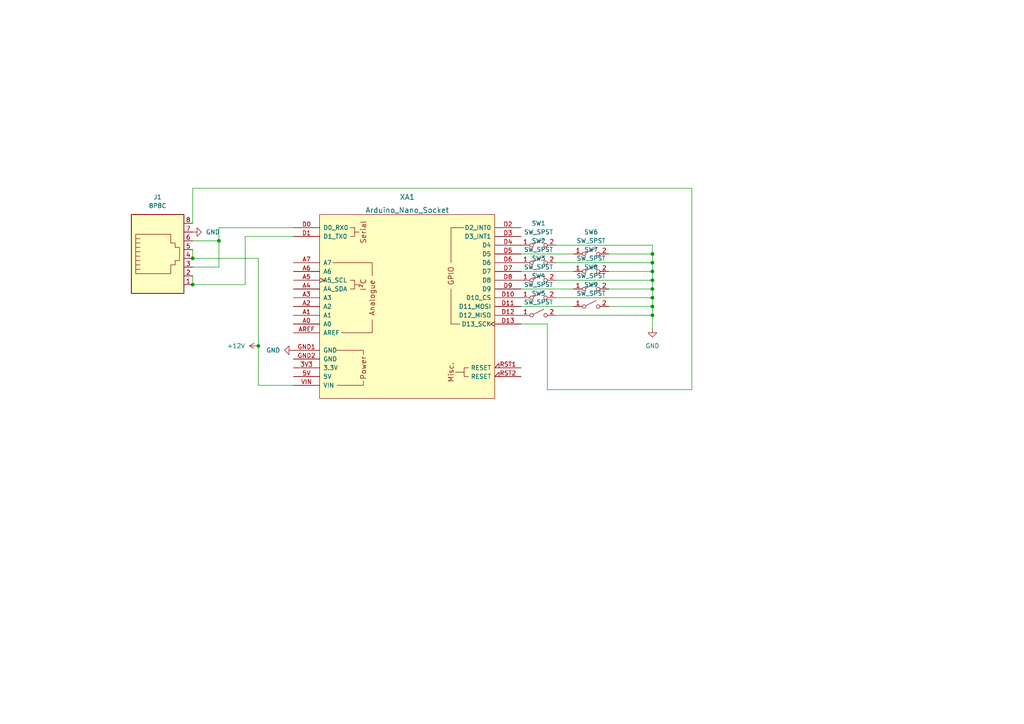
<source format=kicad_sch>
(kicad_sch (version 20211123) (generator eeschema)
  (paper "A4")
  (lib_symbols
    (symbol "Connector:8P8C" (pin_names (offset 1.016))
      (property "Reference" "J" (at -5.08 13.97 0))
      (property "Value" "8P8C" (at 2.54 13.97 0))
      (symbol "8P8C_0_1"
        (polyline (pts (xy -5.08 4.445) (xy -6.35 4.445)))
        (polyline (pts (xy -5.08 5.715) (xy -6.35 5.715)))
        (polyline (pts (xy -6.35 -3.175) (xy -5.08 -3.175) (xy -5.08 -3.175)))
        (polyline (pts (xy -6.35 -1.905) (xy -5.08 -1.905) (xy -5.08 -1.905)))
        (polyline (pts (xy -6.35 -0.635) (xy -5.08 -0.635) (xy -5.08 -0.635)))
        (polyline (pts (xy -6.35 0.635) (xy -5.08 0.635) (xy -5.08 0.635)))
        (polyline (pts (xy -6.35 1.905) (xy -5.08 1.905) (xy -5.08 1.905)))
        (polyline (pts (xy -5.08 3.175) (xy -6.35 3.175) (xy -6.35 3.175)))
        (polyline (pts (xy -6.35 -4.445) (xy -6.35 6.985) (xy 3.81 6.985) (xy 3.81 4.445) (xy 5.08 4.445) (xy 5.08 3.175) (xy 6.35 3.175) (xy 6.35 -0.635) (xy 5.08 -0.635) (xy 5.08 -1.905) (xy 3.81 -1.905) (xy 3.81 -4.445) (xy -6.35 -4.445) (xy -6.35 -4.445)))
        (rectangle (start 7.62 12.7) (end -7.62 -10.16) (stroke (width 0.254)) (fill (type background)))
      )
      (symbol "8P8C_1_1"
        (pin passive line (at 10.16 -7.62 180) (length 2.54) (name "~") (number "1"))
        (pin passive line (at 10.16 -5.08 180) (length 2.54) (name "~") (number "2"))
        (pin passive line (at 10.16 -2.54 180) (length 2.54) (name "~") (number "3"))
        (pin passive line (at 10.16 0 180) (length 2.54) (name "~") (number "4"))
        (pin passive line (at 10.16 2.54 180) (length 2.54) (name "~") (number "5"))
        (pin passive line (at 10.16 5.08 180) (length 2.54) (name "~") (number "6"))
        (pin passive line (at 10.16 7.62 180) (length 2.54) (name "~") (number "7"))
        (pin passive line (at 10.16 10.16 180) (length 2.54) (name "~") (number "8"))
      )
    )
    (symbol "Switch:SW_SPST" (pin_names (offset 0) hide)
      (property "Reference" "SW" (at 0 3.175 0))
      (property "Value" "SW_SPST" (at 0 -2.54 0))
      (symbol "SW_SPST_0_0"
        (circle (center -2.032 0) (radius 0.508))
        (polyline (pts (xy -1.524 0.254) (xy 1.524 1.778)))
        (circle (center 2.032 0) (radius 0.508))
      )
      (symbol "SW_SPST_1_1"
        (pin passive line (at -5.08 0 0) (length 2.54) (name "A") (number "1"))
        (pin passive line (at 5.08 0 180) (length 2.54) (name "B") (number "2"))
      )
    )
    (symbol "arduino:Arduino_Nano_Socket" (pin_names (offset 1.016))
      (property "Reference" "XA" (at 2.54 0 90))
      (property "Value" "Arduino_Nano_Socket" (at -2.54 0 90))
      (symbol "Arduino_Nano_Socket_0_0"
        (rectangle (start -25.4 26.67) (end 25.4 -26.67) (fill (type background)))
        (polyline (pts (xy -15.24 6.35) (xy -13.97 6.35)))
        (polyline (pts (xy -15.24 21.59) (xy -13.97 21.59)))
        (polyline (pts (xy 16.51 -19.05) (xy 13.97 -19.05)))
        (polyline (pts (xy -20.32 -22.86) (xy -12.7 -22.86) (xy -12.7 -21.59)))
        (polyline (pts (xy -12.7 -13.97) (xy -12.7 -12.7) (xy -20.32 -12.7)))
        (polyline (pts (xy -16.51 7.62) (xy -15.24 7.62) (xy -15.24 5.08) (xy -16.51 5.08)))
        (polyline (pts (xy -16.51 22.86) (xy -15.24 22.86) (xy -15.24 20.32) (xy -16.51 20.32)))
        (text "Analogue" (at -10.16 2.54 900) (effects (font (size 1.524 1.524))))
        (text "I²C" (at -12.7 6.35 900) (effects (font (size 1.524 1.524))))
        (text "Misc." (at 12.7 -19.05 900) (effects (font (size 1.524 1.524))))
        (text "Power" (at -12.7 -17.78 900) (effects (font (size 1.524 1.524))))
        (text "Serial" (at -12.7 21.59 900) (effects (font (size 1.524 1.524))))
      )
      (symbol "Arduino_Nano_Socket_0_1"
        (polyline (pts (xy -21.59 12.7) (xy -10.16 12.7) (xy -10.16 8.89)))
        (polyline (pts (xy -19.05 -7.62) (xy -10.16 -7.62) (xy -10.16 -3.81)))
        (polyline (pts (xy 15.24 -5.08) (xy 12.7 -5.08) (xy 12.7 5.08)))
        (polyline (pts (xy 16.51 22.86) (xy 12.7 22.86) (xy 12.7 12.7)))
        (polyline (pts (xy 17.78 -17.78) (xy 16.51 -17.78) (xy 16.51 -20.32) (xy 17.78 -20.32)))
      )
      (symbol "Arduino_Nano_Socket_1_0"
        (text "GPIO" (at 12.7 8.89 900) (effects (font (size 1.524 1.524))))
      )
      (symbol "Arduino_Nano_Socket_1_1"
        (pin power_in line (at -33.02 -17.78 0) (length 7.62) (name "3.3V") (number "3V3"))
        (pin power_in line (at -33.02 -20.32 0) (length 7.62) (name "5V") (number "5V"))
        (pin bidirectional line (at -33.02 -5.08 0) (length 7.62) (name "A0") (number "A0"))
        (pin bidirectional line (at -33.02 -2.54 0) (length 7.62) (name "A1") (number "A1"))
        (pin bidirectional line (at -33.02 0 0) (length 7.62) (name "A2") (number "A2"))
        (pin bidirectional line (at -33.02 2.54 0) (length 7.62) (name "A3") (number "A3"))
        (pin bidirectional line (at -33.02 5.08 0) (length 7.62) (name "A4_SDA") (number "A4"))
        (pin bidirectional clock (at -33.02 7.62 0) (length 7.62) (name "A5_SCL") (number "A5"))
        (pin input line (at -33.02 10.16 0) (length 7.62) (name "A6") (number "A6"))
        (pin input line (at -33.02 12.7 0) (length 7.62) (name "A7") (number "A7"))
        (pin input line (at -33.02 -7.62 0) (length 7.62) (name "AREF") (number "AREF"))
        (pin bidirectional line (at -33.02 22.86 0) (length 7.62) (name "D0_RX0") (number "D0"))
        (pin bidirectional line (at -33.02 20.32 0) (length 7.62) (name "D1_TX0") (number "D1"))
        (pin bidirectional line (at 33.02 2.54 180) (length 7.62) (name "D10_CS") (number "D10"))
        (pin bidirectional line (at 33.02 0 180) (length 7.62) (name "D11_MOSI") (number "D11"))
        (pin bidirectional line (at 33.02 -2.54 180) (length 7.62) (name "D12_MISO") (number "D12"))
        (pin bidirectional clock (at 33.02 -5.08 180) (length 7.62) (name "D13_SCK") (number "D13"))
        (pin bidirectional line (at 33.02 22.86 180) (length 7.62) (name "D2_INT0") (number "D2"))
        (pin bidirectional line (at 33.02 20.32 180) (length 7.62) (name "D3_INT1") (number "D3"))
        (pin bidirectional line (at 33.02 17.78 180) (length 7.62) (name "D4") (number "D4"))
        (pin bidirectional line (at 33.02 15.24 180) (length 7.62) (name "D5") (number "D5"))
        (pin bidirectional line (at 33.02 12.7 180) (length 7.62) (name "D6") (number "D6"))
        (pin bidirectional line (at 33.02 10.16 180) (length 7.62) (name "D7") (number "D7"))
        (pin bidirectional line (at 33.02 7.62 180) (length 7.62) (name "D8") (number "D8"))
        (pin bidirectional line (at 33.02 5.08 180) (length 7.62) (name "D9") (number "D9"))
        (pin power_in line (at -33.02 -12.7 0) (length 7.62) (name "GND") (number "GND1"))
        (pin power_in line (at -33.02 -15.24 0) (length 7.62) (name "GND") (number "GND2"))
        (pin open_collector input_low (at 33.02 -17.78 180) (length 7.62) (name "RESET") (number "RST1"))
        (pin open_collector input_low (at 33.02 -20.32 180) (length 7.62) (name "RESET") (number "RST2"))
        (pin power_in line (at -33.02 -22.86 0) (length 7.62) (name "VIN") (number "VIN"))
      )
    )
    (symbol "power:+12V" (power) (pin_names (offset 0))
      (property "Value" "+12V" (at 0 3.556 0))
      (symbol "+12V_0_1"
        (polyline (pts (xy -0.762 1.27) (xy 0 2.54)))
        (polyline (pts (xy 0 0) (xy 0 2.54)))
        (polyline (pts (xy 0 2.54) (xy 0.762 1.27)))
      )
      (symbol "+12V_1_1"
        (pin power_in line (at 0 0 90) (length 0) hide (name "+12V") (number "1"))
      )
    )
    (symbol "power:GND" (power) (pin_names (offset 0))
      (property "Value" "GND" (at 0 -3.81 0))
      (symbol "GND_0_1"
        (polyline (pts (xy 0 0) (xy 0 -1.27) (xy 1.27 -1.27) (xy 0 -2.54) (xy -1.27 -1.27) (xy 0 -1.27)))
      )
      (symbol "GND_1_1"
        (pin power_in line (at 0 0 270) (length 0) hide (name "GND") (number "1"))
      )
    )
  )
  (junction (at 189.23 78.74))
  (junction (at 74.93 100.33))
  (junction (at 189.23 76.2))
  (junction (at 189.23 86.36))
  (junction (at 189.23 91.44))
  (junction (at 63.5 69.85))
  (junction (at 189.23 88.9))
  (junction (at 55.88 74.93))
  (junction (at 189.23 81.28))
  (junction (at 189.23 83.82))
  (junction (at 189.23 73.66))
  (junction (at 55.88 82.55))
  (wire (pts (xy 85.09 68.58) (xy 71.12 68.58)))
  (wire (pts (xy 55.88 72.39) (xy 55.88 74.93)))
  (wire (pts (xy 161.29 81.28) (xy 189.23 81.28)))
  (wire (pts (xy 161.29 91.44) (xy 189.23 91.44)))
  (wire (pts (xy 151.13 73.66) (xy 166.37 73.66)))
  (wire (pts (xy 63.5 69.85) (xy 63.5 66.04)))
  (wire (pts (xy 200.66 54.61) (xy 200.66 113.03)))
  (wire (pts (xy 151.13 78.74) (xy 166.37 78.74)))
  (wire (pts (xy 189.23 83.82) (xy 189.23 86.36)))
  (wire (pts (xy 161.29 76.2) (xy 189.23 76.2)))
  (wire (pts (xy 55.88 64.77) (xy 55.88 54.61)))
  (wire (pts (xy 151.13 83.82) (xy 166.37 83.82)))
  (wire (pts (xy 189.23 76.2) (xy 189.23 78.74)))
  (wire (pts (xy 63.5 66.04) (xy 85.09 66.04)))
  (wire (pts (xy 189.23 78.74) (xy 189.23 81.28)))
  (wire (pts (xy 161.29 86.36) (xy 189.23 86.36)))
  (wire (pts (xy 63.5 69.85) (xy 55.88 69.85)))
  (wire (pts (xy 55.88 77.47) (xy 63.5 77.47)))
  (wire (pts (xy 176.53 88.9) (xy 189.23 88.9)))
  (wire (pts (xy 55.88 80.01) (xy 55.88 82.55)))
  (wire (pts (xy 189.23 73.66) (xy 189.23 76.2)))
  (wire (pts (xy 74.93 74.93) (xy 74.93 100.33)))
  (wire (pts (xy 55.88 54.61) (xy 200.66 54.61)))
  (wire (pts (xy 189.23 91.44) (xy 189.23 95.25)))
  (wire (pts (xy 189.23 88.9) (xy 189.23 91.44)))
  (wire (pts (xy 63.5 77.47) (xy 63.5 69.85)))
  (wire (pts (xy 71.12 82.55) (xy 55.88 82.55)))
  (wire (pts (xy 151.13 88.9) (xy 166.37 88.9)))
  (wire (pts (xy 176.53 78.74) (xy 189.23 78.74)))
  (wire (pts (xy 200.66 113.03) (xy 158.75 113.03)))
  (wire (pts (xy 176.53 73.66) (xy 189.23 73.66)))
  (wire (pts (xy 74.93 100.33) (xy 74.93 111.76)))
  (wire (pts (xy 189.23 86.36) (xy 189.23 88.9)))
  (wire (pts (xy 158.75 93.98) (xy 151.13 93.98)))
  (wire (pts (xy 176.53 83.82) (xy 189.23 83.82)))
  (wire (pts (xy 158.75 113.03) (xy 158.75 93.98)))
  (wire (pts (xy 189.23 81.28) (xy 189.23 83.82)))
  (wire (pts (xy 189.23 71.12) (xy 189.23 73.66)))
  (wire (pts (xy 71.12 68.58) (xy 71.12 82.55)))
  (wire (pts (xy 161.29 71.12) (xy 189.23 71.12)))
  (wire (pts (xy 74.93 111.76) (xy 85.09 111.76)))
  (wire (pts (xy 55.88 74.93) (xy 74.93 74.93)))
  (symbol (lib_id "arduino:Arduino_Nano_Socket") (at 118.11 88.9 0) (unit 1)
    (property "Reference" "XA1" (at 118.11 57.15 0) (effects (font (size 1.524 1.524))))
    (property "Value" "Arduino_Nano_Socket" (at 118.11 60.96 0) (effects (font (size 1.524 1.524))))
    (property "Footprint" "Arduino:Arduino_Nano_Socket" (effects hide))
    (property "Datasheet" "https://store.arduino.cc/arduino-nano" (effects hide))
  )
  (symbol (lib_id "Switch:SW_SPST") (at 156.21 86.36 0) (unit 1)
    (property "Reference" "SW4" (at 156.21 80.01 0))
    (property "Value" "SW_SPST" (at 156.21 82.55 0))
    (property "Footprint" "Button_Switch_THT:SW_PUSH_6mm" (effects hide))
  )
  (symbol (lib_id "Switch:SW_SPST") (at 156.21 71.12 0) (unit 1)
    (property "Reference" "SW1" (at 156.21 64.77 0))
    (property "Value" "SW_SPST" (at 156.21 67.31 0))
    (property "Footprint" "Button_Switch_THT:SW_PUSH_6mm" (effects hide))
  )
  (symbol (lib_id "power:GND") (at 85.09 101.6 270) (unit 1)
    (property "Reference" "#PWR0103" (effects hide))
    (property "Value" "GND" (at 81.28 101.5999 90) (effects (justify right)))
  )
  (symbol (lib_id "power:GND") (at 189.23 95.25 0) (unit 1)
    (property "Reference" "#PWR0101" (effects hide))
    (property "Value" "GND" (at 189.23 100.33 0))
  )
  (symbol (lib_id "power:+12V") (at 74.93 100.33 90) (unit 1)
    (property "Reference" "#PWR0104" (effects hide))
    (property "Value" "+12V" (at 71.12 100.3299 90) (effects (justify left)))
  )
  (symbol (lib_id "Switch:SW_SPST") (at 171.45 73.66 0) (unit 1)
    (property "Reference" "SW6" (at 171.45 67.31 0))
    (property "Value" "SW_SPST" (at 171.45 69.85 0))
    (property "Footprint" "Button_Switch_THT:SW_PUSH_6mm" (effects hide))
  )
  (symbol (lib_id "Switch:SW_SPST") (at 156.21 76.2 0) (unit 1)
    (property "Reference" "SW2" (at 156.21 69.85 0))
    (property "Value" "SW_SPST" (at 156.21 72.39 0))
    (property "Footprint" "Button_Switch_THT:SW_PUSH_6mm" (effects hide))
  )
  (symbol (lib_id "Switch:SW_SPST") (at 171.45 78.74 0) (unit 1)
    (property "Reference" "SW7" (at 171.45 72.39 0))
    (property "Value" "SW_SPST" (at 171.45 74.93 0))
    (property "Footprint" "Button_Switch_THT:SW_PUSH_6mm" (effects hide))
  )
  (symbol (lib_id "Switch:SW_SPST") (at 171.45 88.9 0) (unit 1)
    (property "Reference" "SW9" (at 171.45 82.55 0))
    (property "Value" "SW_SPST" (at 171.45 85.09 0))
    (property "Footprint" "Button_Switch_THT:SW_PUSH_6mm" (effects hide))
  )
  (symbol (lib_id "power:GND") (at 55.88 67.31 90) (unit 1)
    (property "Reference" "#PWR0102" (effects hide))
    (property "Value" "GND" (at 59.69 67.3099 90) (effects (justify right)))
  )
  (symbol (lib_id "Switch:SW_SPST") (at 171.45 83.82 0) (unit 1)
    (property "Reference" "SW8" (at 171.45 77.47 0))
    (property "Value" "SW_SPST" (at 171.45 80.01 0))
    (property "Footprint" "Button_Switch_THT:SW_PUSH_6mm" (effects hide))
  )
  (symbol (lib_id "Switch:SW_SPST") (at 156.21 81.28 0) (unit 1)
    (property "Reference" "SW3" (at 156.21 74.93 0))
    (property "Value" "SW_SPST" (at 156.21 77.47 0))
    (property "Footprint" "Button_Switch_THT:SW_PUSH_6mm" (effects hide))
  )
  (symbol (lib_id "Switch:SW_SPST") (at 156.21 91.44 0) (unit 1)
    (property "Reference" "SW5" (at 156.21 85.09 0))
    (property "Value" "SW_SPST" (at 156.21 87.63 0))
    (property "Footprint" "Button_Switch_THT:SW_PUSH_6mm" (effects hide))
  )
  (symbol (lib_id "Connector:8P8C") (at 45.72 74.93 0) (unit 1)
    (property "Reference" "J1" (at 45.72 57.15 0))
    (property "Value" "8P8C" (at 45.72 59.69 0))
    (property "Footprint" "Connector_RJ:RJ45_OST_PJ012-8P8CX_Vertical" (effects hide))
  )
)
</source>
